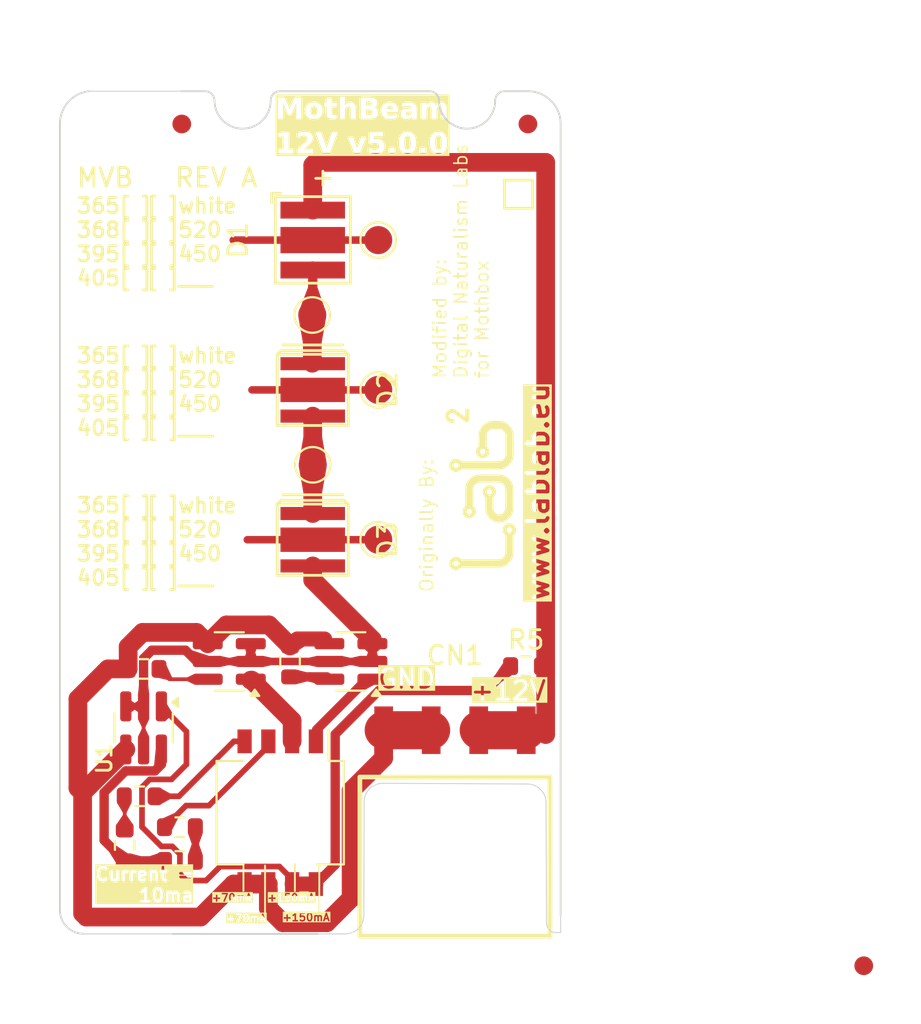
<source format=kicad_pcb>
(kicad_pcb (version 20241229) (generator "pcbnew") (generator_version "9.0")
  (layers (0 "F.Cu" signal) (2 "B.Cu" signal) (13 "F.Paste" user) (15 "B.Paste" user) (5 "F.SilkS" user "F.Silkscreen") (7 "B.SilkS" user "B.Silkscreen") (1 "F.Mask" user) (3 "B.Mask" user) (25 "Edge.Cuts" user))
  (net 0 "")
  (net 1 "/LED-")
  (net 2 "Net-(D1-K)")
  (net 3 "Net-(D2-K)")
  (net 4 "Net-(U3-REXT)")
  (net 5 "/LED+")
  (net 6 "EN")
  (net 7 "GND")
  (net 8 "Net-(R4-Pad2)")
  (net 9 "Net-(U1-REXT)")
  (net 10 "Net-(U2-REXT)")
  (net 11 "/T1")
  (net 12 "/T2")
  (net 13 "/T3")
  (net 14 "Net-(R6-Pad2)")
  (net 15 "Net-(R2-Pad2)")
  (net 16 "Net-(R3-Pad2)")
  (net 17 "Net-(U2-EN)")
  (net 18 "Net-(U3-EN)")
  (footprint "Fiducial:Fiducial_1mm_Mask3mm" (layer "F.Cu") (at 124.25 31.75)
    (property "Reference" "FID3" (hide yes))
    (property "Value" "Fiducial")
    (pad "" smd circle (at 0 0) (size 1 1) (layers "F.Cu" "F.Mask") (clearance 1))
  )
  (footprint "Button_Switch_SMD:SW_DIP_SPSTx04_Slide_KingTek_DSHP04TS_W7.62mm_P1.27mm" (layer "F.Cu") (at 111.011776 68.526537 -90)
    (property "Reference" "SW2" (hide yes))
    (property "Value" "SW_DIP_x04")
    (pad "1" smd rect (at -3.81 -1.905 270) (size 1.27 0.76) (layers "F.Cu" "F.Mask" "F.Paste") (net 18 "Net-(U3-EN)"))
    (pad "2" smd rect (at -3.81 -0.635 270) (size 1.27 0.76) (layers "F.Cu" "F.Mask" "F.Paste") (net 17 "Net-(U2-EN)"))
    (pad "3" smd rect (at -3.81 0.635 270) (size 1.27 0.76) (layers "F.Cu" "F.Mask" "F.Paste") (net 14 "Net-(R6-Pad2)"))
    (pad "4" smd rect (at -3.81 1.905 270) (size 1.27 0.76) (layers "F.Cu" "F.Mask" "F.Paste") (net 8 "Net-(R4-Pad2)"))
    (pad "5" smd rect (at 3.81 1.905 270) (size 1.27 0.76) (layers "F.Cu" "F.Mask" "F.Paste") (net 7 "GND"))
    (pad "6" smd rect (at 3.81 0.635 270) (size 1.27 0.76) (layers "F.Cu" "F.Mask" "F.Paste") (net 7 "GND"))
    (pad "7" smd rect (at 3.81 -0.635 270) (size 1.27 0.76) (layers "F.Cu" "F.Mask" "F.Paste") (net 6 "EN"))
    (pad "8" smd rect (at 3.81 -1.905 270) (size 1.27 0.76) (layers "F.Cu" "F.Mask" "F.Paste") (net 6 "EN"))
  )
  (footprint "Resistor_SMD:R_0603_1608Metric" (layer "F.Cu") (at 105.65 69.3 180)
    (property "Reference" "R6" (hide yes))
    (property "Value" "5.1 1/3 W")
    (pad "1" smd roundrect (at -0.825 0 180) (size 0.8 0.95) (layers "F.Cu" "F.Mask" "F.Paste") (net 15 "Net-(R2-Pad2)"))
    (pad "2" smd roundrect (at 0.825 0 180) (size 0.8 0.95) (layers "F.Cu" "F.Mask" "F.Paste") (net 14 "Net-(R6-Pad2)"))
  )
  (footprint "Resistor_SMD:R_0603_1608Metric" (layer "F.Cu") (at 103.709107 60.85 180)
    (property "Reference" "R9" (hide yes))
    (property "Value" "5.1 1/3 W")
    (pad "1" smd roundrect (at -0.825 0 180) (size 0.8 0.95) (layers "F.Cu" "F.Mask" "F.Paste") (net 10 "Net-(U2-REXT)"))
    (pad "2" smd roundrect (at 0.825 0 180) (size 0.8 0.95) (layers "F.Cu" "F.Mask" "F.Paste") (net 7 "GND"))
  )
  (footprint "TestPoint:TestPoint_Pad_D1.5mm" (layer "F.Cu") (at 112.75 49.95)
    (property "Reference" "TP1" (hide yes))
    (property "Value" "LED2+")
    (pad "1" smd circle (at 0 0) (size 1.5 1.5) (layers "F.Cu" "F.Mask") (net 3 "Net-(D2-K)"))
  )
  (footprint "Fiducial:Fiducial_1mm_Mask3mm" (layer "F.Cu") (at 105.75 31.75)
    (property "Reference" "FID2" (hide yes))
    (property "Value" "Fiducial")
    (pad "" smd circle (at 0 0) (size 1 1) (layers "F.Cu" "F.Mask") (clearance 1))
  )
  (footprint "Fiducial:Fiducial_1mm_Mask3mm" (layer "F.Cu") (at 142.2 76.7)
    (property "Reference" "FID1" (hide yes))
    (property "Value" "Fiducial")
    (pad "" smd circle (at 0 0) (size 1 1) (layers "F.Cu" "F.Mask") (clearance 1))
  )
  (footprint "TestPoint:TestPoint_Pad_D1.5mm" (layer "F.Cu") (at 116.25 37.95)
    (property "Reference" "TP2" (hide yes))
    (property "Value" "LED2+")
    (pad "1" smd circle (at 0 0) (size 1.5 1.5) (layers "F.Cu" "F.Mask") (net 11 "/T1"))
  )
  (footprint "TestPoint:TestPoint_Pad_D1.5mm" (layer "F.Cu") (at 116.25 53.95)
    (property "Reference" "TP5" (hide yes))
    (property "Value" "LED2+")
    (pad "1" smd circle (at 0 0) (size 1.5 1.5) (layers "F.Cu" "F.Mask") (net 13 "/T3"))
  )
  (footprint "Package_TO_SOT_SMD:SC-74-6_1.55x2.9mm_P0.95mm" (layer "F.Cu") (at 103.709107 64 -90)
    (property "Reference" "U1" (at 1.65 2.1 90) (layer "F.SilkS") (effects (font (size 0.8 0.8))))
    (property "Value" "BCR421U")
    (pad "1" smd roundrect (at -1.15 -0.95 270) (size 1.6 0.6) (layers "F.Cu" "F.Mask" "F.Paste") (net 6 "EN"))
    (pad "2" smd roundrect (at -1.15 0 270) (size 1.6 0.6) (layers "F.Cu" "F.Mask" "F.Paste") (net 1 "/LED-"))
    (pad "3" smd roundrect (at -1.15 0.95 270) (size 1.6 0.6) (layers "F.Cu" "F.Mask" "F.Paste") (net 1 "/LED-"))
    (pad "4" smd roundrect (at 1.15 0.95 270) (size 1.6 0.6) (layers "F.Cu" "F.Mask" "F.Paste") (net 7 "GND"))
    (pad "5" smd roundrect (at 1.15 0 270) (size 1.6 0.6) (layers "F.Cu" "F.Mask" "F.Paste") (net 1 "/LED-"))
    (pad "6" smd roundrect (at 1.15 -0.95 270) (size 1.6 0.6) (layers "F.Cu" "F.Mask" "F.Paste") (net 9 "Net-(U1-REXT)"))
  )
  (footprint "TestPoint:TestPoint_Pad_D1.5mm" (layer "F.Cu") (at 112.7246 41.95)
    (property "Reference" "TP3" (hide yes))
    (property "Value" "LED2+" (hide yes))
    (pad "1" smd circle (at 0 0) (size 1.5 1.5) (layers "F.Cu" "F.Mask") (net 2 "Net-(D1-K)"))
  )
  (footprint "Resistor_SMD:R_0603_1608Metric" (layer "F.Cu") (at 111.5375 60.45 90)
    (property "Reference" "R1" (hide yes))
    (property "Value" "5.1 1/3 W")
    (pad "1" smd roundrect (at -0.825 0 90) (size 0.8 0.95) (layers "F.Cu" "F.Mask" "F.Paste") (net 4 "Net-(U3-REXT)"))
    (pad "2" smd roundrect (at 0.825 0 90) (size 0.8 0.95) (layers "F.Cu" "F.Mask" "F.Paste") (net 7 "GND"))
  )
  (footprint "Resistor_SMD:R_0603_1608Metric" (layer "F.Cu") (at 103.5 67.65)
    (property "Reference" "R4" (hide yes))
    (property "Value" "5.1 1/3 W" (hide yes))
    (pad "1" smd roundrect (at -0.825 0) (size 0.8 0.95) (layers "F.Cu" "F.Mask" "F.Paste") (net 16 "Net-(R3-Pad2)"))
    (pad "2" smd roundrect (at 0.825 0) (size 0.8 0.95) (layers "F.Cu" "F.Mask" "F.Paste") (net 8 "Net-(R4-Pad2)"))
  )
  (footprint "easyeda2kicad:HDR-SMD_4P-P2.54-H-F" (layer "F.Cu") (at 120.35 64.1225)
    (property "Reference" "CN1" (at 0 -4 0) (layer "F.SilkS"))
    (property "Value" "X6511FRS-04-C85D30")
    (pad "1" smd rect (at -3.81 0) (size 1 2.54) (layers "F.Cu" "F.Mask" "F.Paste") (net 7 "GND"))
    (pad "2" smd rect (at -1.27 0) (size 1 2.54) (layers "F.Cu" "F.Mask" "F.Paste") (net 7 "GND"))
    (pad "3" smd rect (at 1.27 0) (size 1 2.54) (layers "F.Cu" "F.Mask" "F.Paste") (net 5 "/LED+"))
    (pad "4" smd rect (at 3.81 0) (size 1 2.54) (layers "F.Cu" "F.Mask" "F.Paste") (net 5 "/LED+"))
  )
  (footprint "Resistor_SMD:R_0603_1608Metric" (layer "F.Cu") (at 124.15 60.7 180)
    (property "Reference" "R5" (at 0 1.4 0) (layer "F.SilkS"))
    (property "Value" "5.1 1/3 W")
    (pad "1" smd roundrect (at -0.825 0 180) (size 0.8 0.95) (layers "F.Cu" "F.Mask" "F.Paste") (net 5 "/LED+"))
    (pad "2" smd roundrect (at 0.825 0 180) (size 0.8 0.95) (layers "F.Cu" "F.Mask" "F.Paste") (net 6 "EN"))
  )
  (footprint "easyeda2kicad:LED-SMD_3P-L3.5-W3.5_M3535O1IRS13G06" (layer "F.Cu") (at 112.75 37.95 90)
    (property "Reference" "D1" (at 0 -4 90) (layer "F.SilkS"))
    (property "Value" "LED1")
    (fp_text user "+" (at 2.58 0.47 90) (layer "F.SilkS") (effects (justify left)))
    (pad "1" smd rect (at -1.6 0 90) (size 0.9 3.45) (layers "F.Cu" "F.Mask" "F.Paste") (net 2 "Net-(D1-K)"))
    (pad "2" smd rect (at 1.6 0 90) (size 0.9 3.45) (layers "F.Cu" "F.Mask" "F.Paste") (net 5 "/LED+"))
    (pad "3" smd rect (at 0 0 90) (size 1.4 3.45) (layers "F.Cu" "F.Mask" "F.Paste") (net 11 "/T1"))
  )
  (footprint "Package_TO_SOT_SMD:SC-74-6_1.55x2.9mm_P0.95mm" (layer "F.Cu") (at 108.2875 60.45 180)
    (property "Reference" "U2" (hide yes))
    (property "Value" "BCR421U")
    (pad "1" smd roundrect (at -1.15 -0.95 180) (size 1.6 0.6) (layers "F.Cu" "F.Mask" "F.Paste") (net 17 "Net-(U2-EN)"))
    (pad "2" smd roundrect (at -1.15 0 180) (size 1.6 0.6) (layers "F.Cu" "F.Mask" "F.Paste") (net 1 "/LED-"))
    (pad "3" smd roundrect (at -1.15 0.95 180) (size 1.6 0.6) (layers "F.Cu" "F.Mask" "F.Paste") (net 1 "/LED-"))
    (pad "4" smd roundrect (at 1.15 0.95 180) (size 1.6 0.6) (layers "F.Cu" "F.Mask" "F.Paste") (net 7 "GND"))
    (pad "5" smd roundrect (at 1.15 0 180) (size 1.6 0.6) (layers "F.Cu" "F.Mask" "F.Paste") (net 1 "/LED-"))
    (pad "6" smd roundrect (at 1.15 -0.95 180) (size 1.6 0.6) (layers "F.Cu" "F.Mask" "F.Paste") (net 10 "Net-(U2-REXT)"))
  )
  (footprint "LabLab:logo_10mm_5mm" (layer "F.Cu") (at 121.7 51.4 90)
    (property "Reference" "H1" (hide yes))
    (property "Value" "LabLab Logo" (hide yes))
  )
  (footprint "Resistor_SMD:R_0603_1608Metric" (layer "F.Cu") (at 102.7 70.275 90)
    (property "Reference" "R3" (hide yes))
    (property "Value" "5.1 1/3 W")
    (pad "1" smd roundrect (at -0.825 0 90) (size 0.8 0.95) (layers "F.Cu" "F.Mask" "F.Paste") (net 9 "Net-(U1-REXT)"))
    (pad "2" smd roundrect (at 0.825 0 90) (size 0.8 0.95) (layers "F.Cu" "F.Mask" "F.Paste") (net 16 "Net-(R3-Pad2)"))
  )
  (footprint "easyeda2kicad:LED-SMD_3P-L3.5-W3.5-R-RD-C" (layer "F.Cu") (at 112.75 45.95 -90)
    (property "Reference" "D2" (at 0 -4 90) (layer "F.SilkS"))
    (property "Value" "LED2")
    (pad "1" smd rect (at 1.4 0 270) (size 0.7 3.45) (layers "F.Cu" "F.Mask" "F.Paste") (net 3 "Net-(D2-K)"))
    (pad "2" smd rect (at -1.4 0 270) (size 0.7 3.45) (layers "F.Cu" "F.Mask" "F.Paste") (net 2 "Net-(D1-K)"))
    (pad "3" smd rect (at 0 0 270) (size 1.3 3.45) (layers "F.Cu" "F.Mask" "F.Paste") (net 12 "/T2"))
  )
  (footprint "TestPoint:TestPoint_Pad_D1.5mm" (layer "F.Cu") (at 116.25 45.95)
    (property "Reference" "TP4" (hide yes))
    (property "Value" "LED2+")
    (pad "1" smd circle (at 0 0) (size 1.5 1.5) (layers "F.Cu" "F.Mask") (net 12 "/T2"))
  )
  (footprint "easyeda2kicad:LED-SMD_3P-L3.5-W3.5-R-RD-C" (layer "F.Cu") (at 112.75 53.95 -90)
    (property "Reference" "D3" (at 0 -4 90) (layer "F.SilkS"))
    (property "Value" "LED3")
    (pad "1" smd rect (at 1.4 0 270) (size 0.7 3.45) (layers "F.Cu" "F.Mask" "F.Paste") (net 1 "/LED-"))
    (pad "2" smd rect (at -1.4 0 270) (size 0.7 3.45) (layers "F.Cu" "F.Mask" "F.Paste") (net 3 "Net-(D2-K)"))
    (pad "3" smd rect (at 0 0 270) (size 1.3 3.45) (layers "F.Cu" "F.Mask" "F.Paste") (net 13 "/T3"))
  )
  (footprint "Resistor_SMD:R_0603_1608Metric" (layer "F.Cu") (at 105.65 71.1)
    (property "Reference" "R2" (hide yes))
    (property "Value" "5.1 1/3 W")
    (pad "1" smd roundrect (at -0.825 0) (size 0.8 0.95) (layers "F.Cu" "F.Mask" "F.Paste") (net 9 "Net-(U1-REXT)"))
    (pad "2" smd roundrect (at 0.825 0) (size 0.8 0.95) (layers "F.Cu" "F.Mask" "F.Paste") (net 15 "Net-(R2-Pad2)"))
  )
  (footprint "Package_TO_SOT_SMD:SC-74-6_1.55x2.9mm_P0.95mm" (layer "F.Cu") (at 114.7875 60.45 180)
    (property "Reference" "U3" (hide yes))
    (property "Value" "BCR421U")
    (pad "1" smd roundrect (at -1.15 -0.95 180) (size 1.6 0.6) (layers "F.Cu" "F.Mask" "F.Paste") (net 18 "Net-(U3-EN)"))
    (pad "2" smd roundrect (at -1.15 0 180) (size 1.6 0.6) (layers "F.Cu" "F.Mask" "F.Paste") (net 1 "/LED-"))
    (pad "3" smd roundrect (at -1.15 0.95 180) (size 1.6 0.6) (layers "F.Cu" "F.Mask" "F.Paste") (net 1 "/LED-"))
    (pad "4" smd roundrect (at 1.15 0.95 180) (size 1.6 0.6) (layers "F.Cu" "F.Mask" "F.Paste") (net 7 "GND"))
    (pad "5" smd roundrect (at 1.15 0 180) (size 1.6 0.6) (layers "F.Cu" "F.Mask" "F.Paste") (net 1 "/LED-"))
    (pad "6" smd roundrect (at 1.15 -0.95 180) (size 1.6 0.6) (layers "F.Cu" "F.Mask" "F.Paste") (net 4 "Net-(U3-REXT)"))
  )
  (gr_line (start 113.1 73.85) (end 113.1 71.35) (stroke (width 0.1)) (layer "F.SilkS"))
  (gr_line (start 111.795776 72.7) (end 111.795776 71.286537) (stroke (width 0.1)) (layer "F.SilkS"))
  (gr_line (start 110.2 73.85) (end 110.2 71.35) (stroke (width 0.1)) (layer "F.SilkS"))
  (gr_rect (start 123 34.75) (end 124.5 36.25) (stroke (width 0.15)) (fill no) (layer "F.SilkS"))
  (gr_line (start 109.045776 72.7) (end 109.045776 71.286537) (stroke (width 0.1)) (layer "F.SilkS"))
  (gr_arc (start 115.497273 67.95238) (mid 115.792931 67.245223) (end 116.502397 66.95514) (stroke (width 0.05)) (layer "Edge.Cuts"))
  (gr_arc (start 119 30) (mid 119.353553 30.146447) (end 119.5 30.5) (stroke (width 0.1)) (layer "Edge.Cuts"))
  (gr_line (start 99.237437 31.7374) (end 99.237437 73.750816) (stroke (width 0.1)) (layer "Edge.Cuts"))
  (gr_line (start 107 30) (end 105.75 30) (stroke (width 0.1)) (layer "Edge.Cuts"))
  (gr_arc (start 107 30) (mid 107.353553 30.146447) (end 107.5 30.5) (stroke (width 0.1)) (layer "Edge.Cuts"))
  (gr_line (start 105.25 75) (end 100.4875 75) (stroke (width 0.05)) (layer "Edge.Cuts"))
  (gr_line (start 126 32.75) (end 126 31.75) (stroke (width 0.1)) (layer "Edge.Cuts"))
  (gr_line (start 105.25 75) (end 113 75) (stroke (width 0.1)) (layer "Edge.Cuts"))
  (gr_arc (start 125.747657 74.93) (mid 125.394963 74.784368) (end 125.247662 74.432349) (stroke (width 0.05)) (layer "Edge.Cuts"))
  (gr_arc (start 122.5 30.5) (mid 122.646447 30.146447) (end 123 30) (stroke (width 0.1)) (layer "Edge.Cuts"))
  (gr_arc (start 110.5 30.5) (mid 109 32) (end 107.5 30.5) (stroke (width 0.1)) (layer "Edge.Cuts"))
  (gr_arc (start 124.223529 66.994736) (mid 124.938248 67.300601) (end 125.217618 68.036229) (stroke (width 0.05)) (layer "Edge.Cuts"))
  (gr_arc (start 122.5 30.5) (mid 121 32) (end 119.5 30.5) (stroke (width 0.1)) (layer "Edge.Cuts"))
  (gr_arc (start 115.480813 74.002721) (mid 115.186961 74.708068) (end 114.486456 75) (stroke (width 0.05)) (layer "Edge.Cuts"))
  (gr_line (start 100.4875 74.987437) (end 100.4875 75) (stroke (width 0.05)) (layer "Edge.Cuts"))
  (gr_line (start 126 74.93) (end 125.747657 74.93) (stroke (width 0.05)) (layer "Edge.Cuts"))
  (gr_arc (start 110.5 30.5) (mid 110.646447 30.146447) (end 111 30) (stroke (width 0.1)) (layer "Edge.Cuts"))
  (gr_line (start 126 74) (end 126 74.93) (stroke (width 0.05)) (layer "Edge.Cuts"))
  (gr_line (start 105.75 30) (end 100.778088 30) (stroke (width 0.05)) (layer "Edge.Cuts"))
  (gr_line (start 123 30) (end 124.25 30) (stroke (width 0.1)) (layer "Edge.Cuts"))
  (gr_line (start 113 75) (end 114.486456 75) (stroke (width 0.05)) (layer "Edge.Cuts"))
  (gr_line (start 111 30) (end 119 30) (stroke (width 0.1)) (layer "Edge.Cuts"))
  (gr_arc (start 124.25 30) (mid 125.487437 30.512563) (end 126 31.75) (stroke (width 0.1)) (layer "Edge.Cuts"))
  (gr_line (start 125.217618 68.036229) (end 125.247662 74.432349) (stroke (width 0.05)) (layer "Edge.Cuts"))
  (gr_line (start 116.502397 66.95514) (end 124.223529 66.994736) (stroke (width 0.05)) (layer "Edge.Cuts"))
  (gr_line (start 126 74) (end 126 32.75) (stroke (width 0.1)) (layer "Edge.Cuts"))
  (gr_line (start 115.480813 74.002721) (end 115.497273 67.95238) (stroke (width 0.05)) (layer "Edge.Cuts"))
  (gr_arc (start 100.4875 74.987437) (mid 99.603554 74.62132) (end 99.237437 73.750816) (stroke (width 0.1)) (layer "Edge.Cuts"))
  (gr_arc (start 99.237437 31.7374) (mid 99.75 30.5) (end 100.778088 30) (stroke (width 0.1)) (layer "Edge.Cuts"))
  (gr_text "Originally By:" (at 119.25 56.8 90) (layer "F.SilkS") (effects (font (size 0.7 0.7) (thickness 0.0875)) (justify left bottom)))
  (gr_text "+12V" (at 121.1 62.6 0) (layer "F.SilkS" knockout) (effects (font (size 1 1)) (justify left bottom)))
  (gr_text "[ ]white\n[ ]520\n[ ]450\n[ ]___" (at 103.8 40.45 0) (layer "F.SilkS") (effects (font (size 0.8 0.8)) (justify left bottom)))
  (gr_text "GND" (at 116.15 61.96 0) (layer "F.SilkS" knockout) (effects (font (size 1 1)) (justify left bottom)))
  (gr_text "+70mA" (at 110.3 74.4 0) (layer "F.SilkS" knockout) (effects (font (size 0.4 0.4) (thickness 0.08) (bold yes)) (justify right bottom)))
  (gr_text "+150mA" (at 112.9 73.3 0) (layer "F.SilkS" knockout) (effects (font (size 0.4 0.4) (thickness 0.08) (bold yes)) (justify right bottom)))
  (gr_text "[ ]white\n[ ]520\n[ ]450\n[ ]___" (at 103.8 56.45 0) (layer "F.SilkS") (effects (font (size 0.8 0.8)) (justify left bottom)))
  (gr_text "365[ ]\n368[ ]\n395[ ]\n405[ ]\n" (at 100.05 40.45 0) (layer "F.SilkS") (effects (font (size 0.8 0.8)) (justify left bottom)))
  (gr_text "[ ]white\n[ ]520\n[ ]450\n[ ]___" (at 103.8 48.45 0) (layer "F.SilkS") (effects (font (size 0.8 0.8)) (justify left bottom)))
  (gr_text "+70mA" (at 109.55 73.3 0) (layer "F.SilkS" knockout) (effects (font (size 0.4 0.4) (thickness 0.08) (bold yes)) (justify right bottom)))
  (gr_text "365[ ]\n368[ ]\n395[ ]\n405[ ]\n" (at 100.05 48.45 0) (layer "F.SilkS") (effects (font (size 0.8 0.8)) (justify left bottom)))
  (gr_text "Modified by: \nDigital Naturalism Labs\nfor Mothbox" (at 122.2 45.4 90) (layer "F.SilkS") (effects (font (size 0.7 0.7) (thickness 0.0875)) (justify left bottom)))
  (gr_text "REV A" (at 105.3 35.2 0) (layer "F.SilkS") (effects (font (size 1 1)) (justify left bottom)))
  (gr_text "365[ ]\n368[ ]\n395[ ]\n405[ ]\n" (at 100.05 56.45 0) (layer "F.SilkS") (effects (font (size 0.8 0.8)) (justify left bottom)))
  (gr_text "www.lablab.eu" (at 125.45 51.4 90) (layer "F.SilkS" knockout) (effects (font (size 1.1 1.1) (thickness 0.2) (bold yes)) (justify bottom)))
  (gr_text "MothBeam\n12V v5.0.0" (at 110.75 33.5 0) (layer "F.SilkS" knockout) (effects (font (size 1.1 1.1) (thickness 0.25) (bold yes)) (justify left bottom)))
  (gr_text "MVB" (at 100.05 35.2 0) (layer "F.SilkS") (effects (font (size 1 1)) (justify left bottom)))
  (gr_text "Current = \n10ma " (at 107 73.35 0) (layer "F.SilkS" knockout) (effects (font (size 0.7 0.7) (thickness 0.14) (bold yes)) (justify right bottom)))
  (gr_text "+150mA" (at 113.7 74.35 0) (layer "F.SilkS" knockout) (effects (font (size 0.4 0.4) (thickness 0.08) (bold yes)) (justify right bottom)))
  (segment (start 103.709107 65.15) (end 103.709107 62.85) (width 0.2) (layer "F.Cu") (net 1))
  (segment (start 109.4375 60.45) (end 109.4375 59.5) (width 0.4) (layer "F.Cu") (net 1))
  (segment (start 109.4375 60.45) (end 113.6375 60.45) (width 0.4) (layer "F.Cu") (net 1))
  (segment (start 106.55 60.45) (end 107.1375 60.45) (width 0.5) (layer "F.Cu") (net 1))
  (segment (start 115.9375 59.5) (end 115.9375 59.2875) (width 1) (layer "F.Cu") (net 1))
  (segment (start 112.75 56.1) (end 112.75 55.35) (width 1) (layer "F.Cu") (net 1))
  (segment (start 105.95 59.85) (end 106.55 60.45) (width 0.5) (layer "F.Cu") (net 1))
  (segment (start 103.709107 60.290893) (end 104.15 59.85) (width 0.5) (layer "F.Cu") (net 1))
  (segment (start 115.9375 59.2875) (end 112.75 56.1) (width 1) (layer "F.Cu") (net 1))
  (segment (start 102.759107 62.85) (end 103.709107 62.85) (width 0.2) (layer "F.Cu") (net 1))
  (segment (start 113.6375 60.45) (end 115.9375 60.45) (width 0.4) (layer "F.Cu") (net 1))
  (segment (start 115.9375 60.45) (end 115.9375 59.5) (width 0.4) (layer "F.Cu") (net 1))
  (segment (start 103.709107 62.85) (end 103.709107 60.290893) (width 0.5) (layer "F.Cu") (net 1))
  (segment (start 104.15 59.85) (end 105.95 59.85) (width 0.5) (layer "F.Cu") (net 1))
  (segment (start 107.1375 60.45) (end 109.4375 60.45) (width 0.4) (layer "F.Cu") (net 1))
  (segment (start 112.75 39.335) (end 112.75 41.9246) (width 0.5) (layer "F.Cu") (net 2))
  (segment (start 112.7246 41.95) (end 112.7246 44.5246) (width 1) (layer "F.Cu") (net 2))
  (segment (start 112.6088 49.4038) (end 112.7246 49.288) (width 0.25) (layer "F.Cu") (net 3))
  (segment (start 112.75 47.35) (end 112.75 49.95) (width 1) (layer "F.Cu") (net 3))
  (segment (start 112.75 49.95) (end 112.75 52.55) (width 1) (layer "F.Cu") (net 3))
  (segment (start 111.5375 61.275) (end 113.5125 61.275) (width 0.5) (layer "F.Cu") (net 4))
  (segment (start 113.5125 61.275) (end 113.6375 61.4) (width 0.2) (layer "F.Cu") (net 4))
  (segment (start 112.9 33.8) (end 125.2 33.8) (width 1) (layer "F.Cu") (net 5))
  (segment (start 124.9725 64.1225) (end 124.16 64.1225) (width 1) (layer "F.Cu") (net 5))
  (segment (start 124.16 64.1225) (end 121.62 64.1225) (width 2.032) (layer "F.Cu") (net 5))
  (segment (start 125.2 64.35) (end 124.9725 64.1225) (width 1) (layer "F.Cu") (net 5))
  (segment (start 112.75 36.35) (end 112.75 33.95) (width 1) (layer "F.Cu") (net 5))
  (segment (start 125.2 33.8) (end 125.2 64.35) (width 1) (layer "F.Cu") (net 5))
  (segment (start 112.75 33.95) (end 112.9 33.8) (width 1) (layer "F.Cu") (net 5))
  (segment (start 107.799463 71.400537) (end 107.05 72.15) (width 0.3048) (layer "F.Cu") (net 6))
  (segment (start 106 72.15) (end 105.65 71.8) (width 0.3048) (layer "F.Cu") (net 6))
  (segment (start 116.2895 62.001) (end 122.024 62.001) (width 0.5) (layer "F.Cu") (net 6))
  (segment (start 105.238064 70.324) (end 104.659936 70.324) (width 0.3048) (layer "F.Cu") (net 6))
  (segment (start 103.624 69.288064) (end 103.624 67.161936) (width 0.3048) (layer "F.Cu") (net 6))
  (segment (start 122.024 62.001) (end 123.325 60.7) (width 0.5) (layer "F.Cu") (net 6))
  (segment (start 106 64.190893) (end 104.659107 62.85) (width 0.3048) (layer "F.Cu") (net 6))
  (segment (start 107.05 72.15) (end 106 72.15) (width 0.3048) (layer "F.Cu") (net 6))
  (segment (start 112.916776 72.336537) (end 111.646776 72.336537) (width 0.8) (layer "F.Cu") (net 6))
  (segment (start 113.95 64.3405) (end 116.2895 62.001) (width 0.5) (layer "F.Cu") (net 6))
  (segment (start 111.646776 72.081537) (end 110.965776 71.400537) (width 0.3048) (layer "F.Cu") (net 6))
  (segment (start 111.646776 72.336537) (end 111.646776 72.081537) (width 0.3048) (layer "F.Cu") (net 6))
  (segment (start 103.624 67.161936) (end 104.035936 66.75) (width 0.3048) (layer "F.Cu") (net 6))
  (segment (start 105.65 71.8) (end 105.65 70.735936) (width 0.3048) (layer "F.Cu") (net 6))
  (segment (start 105.2 66.75) (end 106 65.95) (width 0.3048) (layer "F.Cu") (net 6))
  (segment (start 104.659936 70.324) (end 103.624 69.288064) (width 0.3048) (layer "F.Cu") (net 6))
  (segment (start 113.95 71.303313) (end 113.95 64.3405) (width 0.5) (layer "F.Cu") (net 6))
  (segment (start 106 65.95) (end 106 64.190893) (width 0.3048) (layer "F.Cu") (net 6))
  (segment (start 112.916776 72.336537) (end 113.95 71.303313) (width 0.5) (layer "F.Cu") (net 6))
  (segment (start 104.035936 66.75) (end 105.2 66.75) (width 0.3048) (layer "F.Cu") (net 6))
  (segment (start 105.65 70.735936) (end 105.238064 70.324) (width 0.3048) (layer "F.Cu") (net 6))
  (segment (start 110.965776 71.400537) (end 107.799463 71.400537) (width 0.3048) (layer "F.Cu") (net 6))
  (segment (start 111.15 74.4) (end 110.376776 73.626776) (width 1) (layer "F.Cu") (net 7))
  (segment (start 100.45 67.459107) (end 102.759107 65.15) (width 1) (layer "F.Cu") (net 7))
  (segment (start 110.4125 58.5) (end 111.5375 59.625) (width 1) (layer "F.Cu") (net 7))
  (segment (start 103.65 58.9) (end 106.5375 58.9) (width 1) (layer "F.Cu") (net 7))
  (segment (start 116.54 65.61) (end 114.8 67.35) (width 1) (layer "F.Cu") (net 7))
  (segment (start 119.08 64.1225) (end 116.54 64.1225) (width 2.032) (layer "F.Cu") (net 7))
  (segment (start 100.2 67.209107) (end 100.45 67.459107) (width 1) (layer "F.Cu") (net 7))
  (segment (start 102.884107 59.665893) (end 103.65 58.9) (width 1) (layer "F.Cu") (net 7))
  (segment (start 100.45 73.9) (end 100.45 67.459107) (width 1) (layer "F.Cu") (net 7))
  (segment (start 102.884107 60.85) (end 101.8 60.85) (width 1) (layer "F.Cu") (net 7))
  (segment (start 114.8 67.35) (end 114.8 73.1) (width 1) (layer "F.Cu") (net 7))
  (segment (start 100.2 62.45) (end 100.2 67.209107) (width 1) (layer "F.Cu") (net 7))
  (segment (start 111.5375 59.625) (end 111.9125 59.25) (width 0.2) (layer "F.Cu") (net 7))
  (segment (start 114.8 73.1) (end 113.5 74.4) (width 1) (layer "F.Cu") (net 7))
  (segment (start 108.1375 58.5) (end 110.4125 58.5) (width 1) (layer "F.Cu") (net 7))
  (segment (start 102.884107 60.85) (end 102.884107 59.665893) (width 1) (layer "F.Cu") (net 7))
  (segment (start 109.106776 72.336537) (end 108.513463 72.336537) (width 1) (layer "F.Cu") (net 7))
  (segment (start 106.75 74.1) (end 100.65 74.1) (width 1) (layer "F.Cu") (net 7))
  (segment (start 110.376776 73.626776) (end 110.376776 72.591537) (width 1) (layer "F.Cu") (net 7))
  (segment (start 100.65 74.1) (end 100.45 73.9) (width 1) (layer "F.Cu") (net 7))
  (segment (start 107.1375 59.5) (end 108.1375 58.5) (width 1) (layer "F.Cu") (net 7))
  (segment (start 109.106776 72.336537) (end 110.376776 72.336537) (width 1) (layer "F.Cu") (net 7))
  (segment (start 113.3875 59.25) (end 113.6375 59.5) (width 0.2) (layer "F.Cu") (net 7))
  (segment (start 113.5 74.4) (end 111.15 74.4) (width 1) (layer "F.Cu") (net 7))
  (segment (start 116.54 64.1225) (end 116.54 65.61) (width 1) (layer "F.Cu") (net 7))
  (segment (start 106.5375 58.9) (end 107.1375 59.5) (width 1) (layer "F.Cu") (net 7))
  (segment (start 111.9125 59.25) (end 113.3875 59.25) (width 0.8) (layer "F.Cu") (net 7))
  (segment (start 108.513463 72.336537) (end 106.75 74.1) (width 1) (layer "F.Cu") (net 7))
  (segment (start 101.8 60.85) (end 100.2 62.45) (width 1) (layer "F.Cu") (net 7))
  (segment (start 104.325 67.65) (end 105.6 67.65) (width 0.3048) (layer "F.Cu") (net 8))
  (segment (start 105.6 67.65) (end 108.533463 64.716537) (width 0.3048) (layer "F.Cu") (net 8))
  (segment (start 108.533463 64.716537) (end 109.106776 64.716537) (width 0.3048) (layer "F.Cu") (net 8))
  (segment (start 102.745293 66.2966) (end 104.312506 66.2966) (width 0.5) (layer "F.Cu") (net 9))
  (segment (start 104.825 71.1) (end 102.7 71.1) (width 0.5) (layer "F.Cu") (net 9))
  (segment (start 104.659107 65.949999) (end 104.659107 65.15) (width 0.5) (layer "F.Cu") (net 9))
  (segment (start 101.6 70) (end 101.6 67.441893) (width 0.5) (layer "F.Cu") (net 9))
  (segment (start 102.7 71.1) (end 101.6 70) (width 0.5) (layer "F.Cu") (net 9))
  (segment (start 104.312506 66.2966) (end 104.659107 65.949999) (width 0.5) (layer "F.Cu") (net 9))
  (segment (start 101.6 67.441893) (end 102.745293 66.2966) (width 0.5) (layer "F.Cu") (net 9))
  (segment (start 104.534107 60.85) (end 105.084107 61.4) (width 0.2) (layer "F.Cu") (net 10))
  (segment (start 105.084107 61.4) (end 107.1375 61.4) (width 0.2) (layer "F.Cu") (net 10))
  (segment (start 116.25 37.95) (end 112.75 37.95) (width 0.4) (layer "F.Cu") (net 11))
  (segment (start 112.75 37.95) (end 108.5 37.95) (width 0.4) (layer "F.Cu") (net 11))
  (segment (start 116.25 45.95) (end 112.75 45.95) (width 0.4) (layer "F.Cu") (net 12))
  (segment (start 112.75 45.95) (end 109.5 45.95) (width 0.4) (layer "F.Cu") (net 12))
  (segment (start 116.25 53.95) (end 112.75 53.95) (width 0.4) (layer "F.Cu") (net 13))
  (segment (start 112.75 53.95) (end 109.25 53.95) (width 0.4) (layer "F.Cu") (net 13))
  (segment (start 110.376776 64.971537) (end 107.198313 68.15) (width 0.3048) (layer "F.Cu") (net 14))
  (segment (start 107.198313 68.15) (end 105.975 68.15) (width 0.3048) (layer "F.Cu") (net 14))
  (segment (start 105.975 68.15) (end 104.825 69.3) (width 0.3048) (layer "F.Cu") (net 14))
  (segment (start 110.376776 64.716537) (end 110.376776 64.971537) (width 0.3048) (layer "F.Cu") (net 14))
  (segment (start 106.475 71.1) (end 106.475 69.5) (width 0.4) (layer "F.Cu") (net 15))
  (segment (start 102.7 67.675) (end 102.675 67.65) (width 0.2) (layer "F.Cu") (net 16))
  (segment (start 102.7 69.45) (end 102.7 67.675) (width 0.2) (layer "F.Cu") (net 16))
  (segment (start 111.646776 64.716537) (end 111.646776 63.609276) (width 1) (layer "F.Cu") (net 17))
  (segment (start 111.646776 63.609276) (end 109.4885 61.451) (width 1) (layer "F.Cu") (net 17))
  (segment (start 109.4885 61.451) (end 109.4375 61.451) (width 1) (layer "F.Cu") (net 17))
  (segment (start 115.65 61.4) (end 115.9375 61.4) (width 0.2) (layer "F.Cu") (net 18))
  (segment (start 112.954276 64.095724) (end 115.65 61.4) (width 0.5) (layer "F.Cu") (net 18))
  (segment (start 112.954276 64.383224) (end 112.954276 64.095724) (width 0.2) (layer "F.Cu") (net 18))
)
</source>
